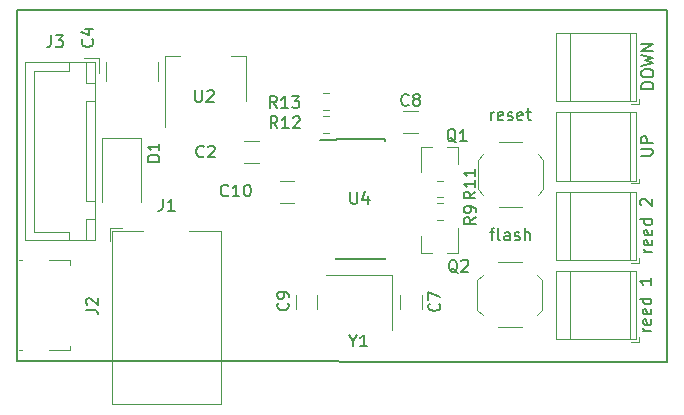
<source format=gbr>
G04 #@! TF.GenerationSoftware,KiCad,Pcbnew,(5.1.0-0)*
G04 #@! TF.CreationDate,2019-04-05T23:49:43+03:00*
G04 #@! TF.ProjectId,curtains-driver,63757274-6169-46e7-932d-647269766572,rev?*
G04 #@! TF.SameCoordinates,Original*
G04 #@! TF.FileFunction,Legend,Top*
G04 #@! TF.FilePolarity,Positive*
%FSLAX46Y46*%
G04 Gerber Fmt 4.6, Leading zero omitted, Abs format (unit mm)*
G04 Created by KiCad (PCBNEW (5.1.0-0)) date 2019-04-05 23:49:43*
%MOMM*%
%LPD*%
G04 APERTURE LIST*
%ADD10C,0.150000*%
%ADD11C,0.120000*%
G04 APERTURE END LIST*
D10*
X134000000Y-63754000D02*
X134000000Y-93500000D01*
X78968600Y-63754000D02*
X78968600Y-93472000D01*
X134000000Y-93500000D02*
X78968600Y-93472000D01*
X78968600Y-63754000D02*
X134000000Y-63754000D01*
D11*
X117925400Y-89083200D02*
X117925400Y-86583200D01*
X119675400Y-90583200D02*
X121675400Y-90583200D01*
X123425400Y-89083200D02*
X123425400Y-86583200D01*
X119675400Y-85083200D02*
X121675400Y-85083200D01*
X118375400Y-89533200D02*
X117925400Y-89083200D01*
X118375400Y-86133200D02*
X117925400Y-86583200D01*
X122975400Y-86133200D02*
X123425400Y-86583200D01*
X122975400Y-89533200D02*
X123425400Y-89083200D01*
X123476200Y-76397800D02*
X123476200Y-78897800D01*
X121726200Y-74897800D02*
X119726200Y-74897800D01*
X117976200Y-76397800D02*
X117976200Y-78897800D01*
X121726200Y-80397800D02*
X119726200Y-80397800D01*
X123026200Y-75947800D02*
X123476200Y-76397800D01*
X123026200Y-79347800D02*
X123476200Y-78897800D01*
X118426200Y-79347800D02*
X117976200Y-78897800D01*
X118426200Y-75947800D02*
X117976200Y-76397800D01*
X110673800Y-86118200D02*
X105073800Y-86118200D01*
X110673800Y-90818200D02*
X110673800Y-86118200D01*
X89483200Y-74578000D02*
X86183200Y-74578000D01*
X86183200Y-74578000D02*
X86183200Y-79978000D01*
X89483200Y-74578000D02*
X89483200Y-79978000D01*
X104882048Y-74116000D02*
X105404552Y-74116000D01*
X104882048Y-72696000D02*
X105404552Y-72696000D01*
X115005752Y-79577000D02*
X114483248Y-79577000D01*
X115005752Y-78157000D02*
X114483248Y-78157000D01*
X104882048Y-70727500D02*
X105404552Y-70727500D01*
X104882048Y-72147500D02*
X105404552Y-72147500D01*
X102569600Y-87866136D02*
X102569600Y-89070264D01*
X104389600Y-87866136D02*
X104389600Y-89070264D01*
X102392564Y-80031000D02*
X101188436Y-80031000D01*
X102392564Y-78211000D02*
X101188436Y-78211000D01*
X83434500Y-92519500D02*
X83434500Y-92139500D01*
X79384500Y-92519500D02*
X79124500Y-92519500D01*
X83434500Y-92519500D02*
X81664500Y-92519500D01*
X83434500Y-84899500D02*
X83434500Y-85279500D01*
X81664500Y-84899500D02*
X83434500Y-84899500D01*
X79124500Y-84899500D02*
X79384500Y-84899500D01*
D10*
X105987000Y-74681000D02*
X105987000Y-74706000D01*
X110137000Y-74681000D02*
X110137000Y-74786000D01*
X110137000Y-84831000D02*
X110137000Y-84726000D01*
X105987000Y-84831000D02*
X105987000Y-84726000D01*
X105987000Y-74681000D02*
X110137000Y-74681000D01*
X105987000Y-84831000D02*
X110137000Y-84831000D01*
X105987000Y-74706000D02*
X104612000Y-74706000D01*
D11*
X113164500Y-84326000D02*
X113164500Y-82866000D01*
X116324500Y-84326000D02*
X116324500Y-82166000D01*
X116324500Y-84326000D02*
X115394500Y-84326000D01*
X113164500Y-84326000D02*
X114094500Y-84326000D01*
X116324500Y-75313000D02*
X115394500Y-75313000D01*
X113164500Y-75313000D02*
X114094500Y-75313000D01*
X113164500Y-75313000D02*
X113164500Y-77473000D01*
X116324500Y-75313000D02*
X116324500Y-76773000D01*
X115005752Y-80062000D02*
X114483248Y-80062000D01*
X115005752Y-81482000D02*
X114483248Y-81482000D01*
X111383400Y-87866136D02*
X111383400Y-89070264D01*
X113203400Y-87866136D02*
X113203400Y-89070264D01*
X111665936Y-72292800D02*
X112870064Y-72292800D01*
X111665936Y-74112800D02*
X112870064Y-74112800D01*
X131600600Y-71684600D02*
X131600600Y-71284600D01*
X130960600Y-71684600D02*
X131600600Y-71684600D01*
X124620600Y-65664600D02*
X131360600Y-65664600D01*
X124620600Y-71444600D02*
X131360600Y-71444600D01*
X131360600Y-71444600D02*
X131360600Y-65664600D01*
X124620600Y-71444600D02*
X124620600Y-65664600D01*
X125740600Y-71444600D02*
X125740600Y-65664600D01*
X130840600Y-71444600D02*
X130840600Y-65664600D01*
X130840600Y-78158666D02*
X130840600Y-72378666D01*
X125740600Y-78158666D02*
X125740600Y-72378666D01*
X124620600Y-78158666D02*
X124620600Y-72378666D01*
X131360600Y-78158666D02*
X131360600Y-72378666D01*
X124620600Y-78158666D02*
X131360600Y-78158666D01*
X124620600Y-72378666D02*
X131360600Y-72378666D01*
X130960600Y-78398666D02*
X131600600Y-78398666D01*
X131600600Y-78398666D02*
X131600600Y-77998666D01*
X131600600Y-91826800D02*
X131600600Y-91426800D01*
X130960600Y-91826800D02*
X131600600Y-91826800D01*
X124620600Y-85806800D02*
X131360600Y-85806800D01*
X124620600Y-91586800D02*
X131360600Y-91586800D01*
X131360600Y-91586800D02*
X131360600Y-85806800D01*
X124620600Y-91586800D02*
X124620600Y-85806800D01*
X125740600Y-91586800D02*
X125740600Y-85806800D01*
X130840600Y-91586800D02*
X130840600Y-85806800D01*
X130840600Y-84872732D02*
X130840600Y-79092732D01*
X125740600Y-84872732D02*
X125740600Y-79092732D01*
X124620600Y-84872732D02*
X124620600Y-79092732D01*
X131360600Y-84872732D02*
X131360600Y-79092732D01*
X124620600Y-84872732D02*
X131360600Y-84872732D01*
X124620600Y-79092732D02*
X131360600Y-79092732D01*
X130960600Y-85112732D02*
X131600600Y-85112732D01*
X131600600Y-85112732D02*
X131600600Y-84712732D01*
X85871500Y-67825500D02*
X84621500Y-67825500D01*
X85871500Y-69075500D02*
X85871500Y-67825500D01*
X80371500Y-82475500D02*
X80371500Y-75675500D01*
X83321500Y-82475500D02*
X80371500Y-82475500D01*
X83321500Y-83225500D02*
X83321500Y-82475500D01*
X80371500Y-68875500D02*
X80371500Y-75675500D01*
X83321500Y-68875500D02*
X80371500Y-68875500D01*
X83321500Y-68125500D02*
X83321500Y-68875500D01*
X85571500Y-83225500D02*
X85571500Y-81425500D01*
X84821500Y-83225500D02*
X85571500Y-83225500D01*
X84821500Y-81425500D02*
X84821500Y-83225500D01*
X85571500Y-81425500D02*
X84821500Y-81425500D01*
X85571500Y-69925500D02*
X85571500Y-68125500D01*
X84821500Y-69925500D02*
X85571500Y-69925500D01*
X84821500Y-68125500D02*
X84821500Y-69925500D01*
X85571500Y-68125500D02*
X84821500Y-68125500D01*
X85571500Y-79925500D02*
X85571500Y-71425500D01*
X84821500Y-79925500D02*
X85571500Y-79925500D01*
X84821500Y-71425500D02*
X84821500Y-79925500D01*
X85571500Y-71425500D02*
X84821500Y-71425500D01*
X85581500Y-83235500D02*
X85581500Y-68115500D01*
X79611500Y-83235500D02*
X85581500Y-83235500D01*
X79611500Y-68115500D02*
X79611500Y-83235500D01*
X85581500Y-68115500D02*
X79611500Y-68115500D01*
X98203936Y-76665500D02*
X99408064Y-76665500D01*
X98203936Y-74845500D02*
X99408064Y-74845500D01*
X86499500Y-69694869D02*
X86499500Y-68100131D01*
X90919500Y-69694869D02*
X90919500Y-68100131D01*
X87880500Y-82212000D02*
X86830500Y-82212000D01*
X86830500Y-83262000D02*
X86830500Y-82212000D01*
X96230440Y-84322920D02*
X96230500Y-97112000D01*
X96230500Y-97112000D02*
X87030500Y-97112000D01*
X93530500Y-82412000D02*
X96230500Y-82412000D01*
X96230500Y-82412000D02*
X96230500Y-84312000D01*
X87030500Y-97112000D02*
X87030500Y-82412000D01*
X87030500Y-82412000D02*
X89630500Y-82412000D01*
X98342500Y-67622500D02*
X97082500Y-67622500D01*
X91522500Y-67622500D02*
X92782500Y-67622500D01*
X98342500Y-71382500D02*
X98342500Y-67622500D01*
X91522500Y-73632500D02*
X91522500Y-67622500D01*
D10*
X118989695Y-82551614D02*
X119370647Y-82551614D01*
X119132552Y-83218280D02*
X119132552Y-82361138D01*
X119180171Y-82265900D01*
X119275409Y-82218280D01*
X119370647Y-82218280D01*
X119846838Y-83218280D02*
X119751600Y-83170661D01*
X119703980Y-83075423D01*
X119703980Y-82218280D01*
X120656361Y-83218280D02*
X120656361Y-82694471D01*
X120608742Y-82599233D01*
X120513504Y-82551614D01*
X120323028Y-82551614D01*
X120227790Y-82599233D01*
X120656361Y-83170661D02*
X120561123Y-83218280D01*
X120323028Y-83218280D01*
X120227790Y-83170661D01*
X120180171Y-83075423D01*
X120180171Y-82980185D01*
X120227790Y-82884947D01*
X120323028Y-82837328D01*
X120561123Y-82837328D01*
X120656361Y-82789709D01*
X121084933Y-83170661D02*
X121180171Y-83218280D01*
X121370647Y-83218280D01*
X121465885Y-83170661D01*
X121513504Y-83075423D01*
X121513504Y-83027804D01*
X121465885Y-82932566D01*
X121370647Y-82884947D01*
X121227790Y-82884947D01*
X121132552Y-82837328D01*
X121084933Y-82742090D01*
X121084933Y-82694471D01*
X121132552Y-82599233D01*
X121227790Y-82551614D01*
X121370647Y-82551614D01*
X121465885Y-82599233D01*
X121942076Y-83218280D02*
X121942076Y-82218280D01*
X122370647Y-83218280D02*
X122370647Y-82694471D01*
X122323028Y-82599233D01*
X122227790Y-82551614D01*
X122084933Y-82551614D01*
X121989695Y-82599233D01*
X121942076Y-82646852D01*
X119081752Y-73045580D02*
X119081752Y-72378914D01*
X119081752Y-72569390D02*
X119129371Y-72474152D01*
X119176990Y-72426533D01*
X119272228Y-72378914D01*
X119367466Y-72378914D01*
X120081752Y-72997961D02*
X119986514Y-73045580D01*
X119796038Y-73045580D01*
X119700800Y-72997961D01*
X119653180Y-72902723D01*
X119653180Y-72521771D01*
X119700800Y-72426533D01*
X119796038Y-72378914D01*
X119986514Y-72378914D01*
X120081752Y-72426533D01*
X120129371Y-72521771D01*
X120129371Y-72617009D01*
X119653180Y-72712247D01*
X120510323Y-72997961D02*
X120605561Y-73045580D01*
X120796038Y-73045580D01*
X120891276Y-72997961D01*
X120938895Y-72902723D01*
X120938895Y-72855104D01*
X120891276Y-72759866D01*
X120796038Y-72712247D01*
X120653180Y-72712247D01*
X120557942Y-72664628D01*
X120510323Y-72569390D01*
X120510323Y-72521771D01*
X120557942Y-72426533D01*
X120653180Y-72378914D01*
X120796038Y-72378914D01*
X120891276Y-72426533D01*
X121748419Y-72997961D02*
X121653180Y-73045580D01*
X121462704Y-73045580D01*
X121367466Y-72997961D01*
X121319847Y-72902723D01*
X121319847Y-72521771D01*
X121367466Y-72426533D01*
X121462704Y-72378914D01*
X121653180Y-72378914D01*
X121748419Y-72426533D01*
X121796038Y-72521771D01*
X121796038Y-72617009D01*
X121319847Y-72712247D01*
X122081752Y-72378914D02*
X122462704Y-72378914D01*
X122224609Y-72045580D02*
X122224609Y-72902723D01*
X122272228Y-72997961D01*
X122367466Y-73045580D01*
X122462704Y-73045580D01*
X107397609Y-91733690D02*
X107397609Y-92209880D01*
X107064276Y-91209880D02*
X107397609Y-91733690D01*
X107730942Y-91209880D01*
X108588085Y-92209880D02*
X108016657Y-92209880D01*
X108302371Y-92209880D02*
X108302371Y-91209880D01*
X108207133Y-91352738D01*
X108111895Y-91447976D01*
X108016657Y-91495595D01*
X91016080Y-76557095D02*
X90016080Y-76557095D01*
X90016080Y-76319000D01*
X90063700Y-76176142D01*
X90158938Y-76080904D01*
X90254176Y-76033285D01*
X90444652Y-75985666D01*
X90587509Y-75985666D01*
X90777985Y-76033285D01*
X90873223Y-76080904D01*
X90968461Y-76176142D01*
X91016080Y-76319000D01*
X91016080Y-76557095D01*
X91016080Y-75033285D02*
X91016080Y-75604714D01*
X91016080Y-75319000D02*
X90016080Y-75319000D01*
X90158938Y-75414238D01*
X90254176Y-75509476D01*
X90301795Y-75604714D01*
X101007942Y-73731380D02*
X100674609Y-73255190D01*
X100436514Y-73731380D02*
X100436514Y-72731380D01*
X100817466Y-72731380D01*
X100912704Y-72779000D01*
X100960323Y-72826619D01*
X101007942Y-72921857D01*
X101007942Y-73064714D01*
X100960323Y-73159952D01*
X100912704Y-73207571D01*
X100817466Y-73255190D01*
X100436514Y-73255190D01*
X101960323Y-73731380D02*
X101388895Y-73731380D01*
X101674609Y-73731380D02*
X101674609Y-72731380D01*
X101579371Y-72874238D01*
X101484133Y-72969476D01*
X101388895Y-73017095D01*
X102341276Y-72826619D02*
X102388895Y-72779000D01*
X102484133Y-72731380D01*
X102722228Y-72731380D01*
X102817466Y-72779000D01*
X102865085Y-72826619D01*
X102912704Y-72921857D01*
X102912704Y-73017095D01*
X102865085Y-73159952D01*
X102293657Y-73731380D01*
X102912704Y-73731380D01*
X117762280Y-79103457D02*
X117286090Y-79436790D01*
X117762280Y-79674885D02*
X116762280Y-79674885D01*
X116762280Y-79293933D01*
X116809900Y-79198695D01*
X116857519Y-79151076D01*
X116952757Y-79103457D01*
X117095614Y-79103457D01*
X117190852Y-79151076D01*
X117238471Y-79198695D01*
X117286090Y-79293933D01*
X117286090Y-79674885D01*
X117762280Y-78151076D02*
X117762280Y-78722504D01*
X117762280Y-78436790D02*
X116762280Y-78436790D01*
X116905138Y-78532028D01*
X117000376Y-78627266D01*
X117047995Y-78722504D01*
X117762280Y-77198695D02*
X117762280Y-77770123D01*
X117762280Y-77484409D02*
X116762280Y-77484409D01*
X116905138Y-77579647D01*
X117000376Y-77674885D01*
X117047995Y-77770123D01*
X100944442Y-72016880D02*
X100611109Y-71540690D01*
X100373014Y-72016880D02*
X100373014Y-71016880D01*
X100753966Y-71016880D01*
X100849204Y-71064500D01*
X100896823Y-71112119D01*
X100944442Y-71207357D01*
X100944442Y-71350214D01*
X100896823Y-71445452D01*
X100849204Y-71493071D01*
X100753966Y-71540690D01*
X100373014Y-71540690D01*
X101896823Y-72016880D02*
X101325395Y-72016880D01*
X101611109Y-72016880D02*
X101611109Y-71016880D01*
X101515871Y-71159738D01*
X101420633Y-71254976D01*
X101325395Y-71302595D01*
X102230157Y-71016880D02*
X102849204Y-71016880D01*
X102515871Y-71397833D01*
X102658728Y-71397833D01*
X102753966Y-71445452D01*
X102801585Y-71493071D01*
X102849204Y-71588309D01*
X102849204Y-71826404D01*
X102801585Y-71921642D01*
X102753966Y-71969261D01*
X102658728Y-72016880D01*
X102373014Y-72016880D01*
X102277776Y-71969261D01*
X102230157Y-71921642D01*
X101868242Y-88533266D02*
X101915861Y-88580885D01*
X101963480Y-88723742D01*
X101963480Y-88818980D01*
X101915861Y-88961838D01*
X101820623Y-89057076D01*
X101725385Y-89104695D01*
X101534909Y-89152314D01*
X101392052Y-89152314D01*
X101201576Y-89104695D01*
X101106338Y-89057076D01*
X101011100Y-88961838D01*
X100963480Y-88818980D01*
X100963480Y-88723742D01*
X101011100Y-88580885D01*
X101058719Y-88533266D01*
X101963480Y-88057076D02*
X101963480Y-87866600D01*
X101915861Y-87771361D01*
X101868242Y-87723742D01*
X101725385Y-87628504D01*
X101534909Y-87580885D01*
X101153957Y-87580885D01*
X101058719Y-87628504D01*
X101011100Y-87676123D01*
X100963480Y-87771361D01*
X100963480Y-87961838D01*
X101011100Y-88057076D01*
X101058719Y-88104695D01*
X101153957Y-88152314D01*
X101392052Y-88152314D01*
X101487290Y-88104695D01*
X101534909Y-88057076D01*
X101582528Y-87961838D01*
X101582528Y-87771361D01*
X101534909Y-87676123D01*
X101487290Y-87628504D01*
X101392052Y-87580885D01*
X96829642Y-79414642D02*
X96782023Y-79462261D01*
X96639166Y-79509880D01*
X96543928Y-79509880D01*
X96401071Y-79462261D01*
X96305833Y-79367023D01*
X96258214Y-79271785D01*
X96210595Y-79081309D01*
X96210595Y-78938452D01*
X96258214Y-78747976D01*
X96305833Y-78652738D01*
X96401071Y-78557500D01*
X96543928Y-78509880D01*
X96639166Y-78509880D01*
X96782023Y-78557500D01*
X96829642Y-78605119D01*
X97782023Y-79509880D02*
X97210595Y-79509880D01*
X97496309Y-79509880D02*
X97496309Y-78509880D01*
X97401071Y-78652738D01*
X97305833Y-78747976D01*
X97210595Y-78795595D01*
X98401071Y-78509880D02*
X98496309Y-78509880D01*
X98591547Y-78557500D01*
X98639166Y-78605119D01*
X98686785Y-78700357D01*
X98734404Y-78890833D01*
X98734404Y-79128928D01*
X98686785Y-79319404D01*
X98639166Y-79414642D01*
X98591547Y-79462261D01*
X98496309Y-79509880D01*
X98401071Y-79509880D01*
X98305833Y-79462261D01*
X98258214Y-79414642D01*
X98210595Y-79319404D01*
X98162976Y-79128928D01*
X98162976Y-78890833D01*
X98210595Y-78700357D01*
X98258214Y-78605119D01*
X98305833Y-78557500D01*
X98401071Y-78509880D01*
X84796380Y-89106333D02*
X85510666Y-89106333D01*
X85653523Y-89153952D01*
X85748761Y-89249190D01*
X85796380Y-89392047D01*
X85796380Y-89487285D01*
X84891619Y-88677761D02*
X84844000Y-88630142D01*
X84796380Y-88534904D01*
X84796380Y-88296809D01*
X84844000Y-88201571D01*
X84891619Y-88153952D01*
X84986857Y-88106333D01*
X85082095Y-88106333D01*
X85224952Y-88153952D01*
X85796380Y-88725380D01*
X85796380Y-88106333D01*
X107188095Y-79119480D02*
X107188095Y-79929004D01*
X107235714Y-80024242D01*
X107283333Y-80071861D01*
X107378571Y-80119480D01*
X107569047Y-80119480D01*
X107664285Y-80071861D01*
X107711904Y-80024242D01*
X107759523Y-79929004D01*
X107759523Y-79119480D01*
X108664285Y-79452814D02*
X108664285Y-80119480D01*
X108426190Y-79071861D02*
X108188095Y-79786147D01*
X108807142Y-79786147D01*
X116249461Y-85967819D02*
X116154223Y-85920200D01*
X116058985Y-85824961D01*
X115916128Y-85682104D01*
X115820890Y-85634485D01*
X115725652Y-85634485D01*
X115773271Y-85872580D02*
X115678033Y-85824961D01*
X115582795Y-85729723D01*
X115535176Y-85539247D01*
X115535176Y-85205914D01*
X115582795Y-85015438D01*
X115678033Y-84920200D01*
X115773271Y-84872580D01*
X115963747Y-84872580D01*
X116058985Y-84920200D01*
X116154223Y-85015438D01*
X116201842Y-85205914D01*
X116201842Y-85539247D01*
X116154223Y-85729723D01*
X116058985Y-85824961D01*
X115963747Y-85872580D01*
X115773271Y-85872580D01*
X116582795Y-84967819D02*
X116630414Y-84920200D01*
X116725652Y-84872580D01*
X116963747Y-84872580D01*
X117058985Y-84920200D01*
X117106604Y-84967819D01*
X117154223Y-85063057D01*
X117154223Y-85158295D01*
X117106604Y-85301152D01*
X116535176Y-85872580D01*
X117154223Y-85872580D01*
X116122461Y-74918819D02*
X116027223Y-74871200D01*
X115931985Y-74775961D01*
X115789128Y-74633104D01*
X115693890Y-74585485D01*
X115598652Y-74585485D01*
X115646271Y-74823580D02*
X115551033Y-74775961D01*
X115455795Y-74680723D01*
X115408176Y-74490247D01*
X115408176Y-74156914D01*
X115455795Y-73966438D01*
X115551033Y-73871200D01*
X115646271Y-73823580D01*
X115836747Y-73823580D01*
X115931985Y-73871200D01*
X116027223Y-73966438D01*
X116074842Y-74156914D01*
X116074842Y-74490247D01*
X116027223Y-74680723D01*
X115931985Y-74775961D01*
X115836747Y-74823580D01*
X115646271Y-74823580D01*
X117027223Y-74823580D02*
X116455795Y-74823580D01*
X116741509Y-74823580D02*
X116741509Y-73823580D01*
X116646271Y-73966438D01*
X116551033Y-74061676D01*
X116455795Y-74109295D01*
X117774980Y-81268866D02*
X117298790Y-81602200D01*
X117774980Y-81840295D02*
X116774980Y-81840295D01*
X116774980Y-81459342D01*
X116822600Y-81364104D01*
X116870219Y-81316485D01*
X116965457Y-81268866D01*
X117108314Y-81268866D01*
X117203552Y-81316485D01*
X117251171Y-81364104D01*
X117298790Y-81459342D01*
X117298790Y-81840295D01*
X117774980Y-80792676D02*
X117774980Y-80602200D01*
X117727361Y-80506961D01*
X117679742Y-80459342D01*
X117536885Y-80364104D01*
X117346409Y-80316485D01*
X116965457Y-80316485D01*
X116870219Y-80364104D01*
X116822600Y-80411723D01*
X116774980Y-80506961D01*
X116774980Y-80697438D01*
X116822600Y-80792676D01*
X116870219Y-80840295D01*
X116965457Y-80887914D01*
X117203552Y-80887914D01*
X117298790Y-80840295D01*
X117346409Y-80792676D01*
X117394028Y-80697438D01*
X117394028Y-80506961D01*
X117346409Y-80411723D01*
X117298790Y-80364104D01*
X117203552Y-80316485D01*
X114695242Y-88571366D02*
X114742861Y-88618985D01*
X114790480Y-88761842D01*
X114790480Y-88857080D01*
X114742861Y-88999938D01*
X114647623Y-89095176D01*
X114552385Y-89142795D01*
X114361909Y-89190414D01*
X114219052Y-89190414D01*
X114028576Y-89142795D01*
X113933338Y-89095176D01*
X113838100Y-88999938D01*
X113790480Y-88857080D01*
X113790480Y-88761842D01*
X113838100Y-88618985D01*
X113885719Y-88571366D01*
X113790480Y-88238033D02*
X113790480Y-87571366D01*
X114790480Y-87999938D01*
X112101333Y-71739942D02*
X112053714Y-71787561D01*
X111910857Y-71835180D01*
X111815619Y-71835180D01*
X111672761Y-71787561D01*
X111577523Y-71692323D01*
X111529904Y-71597085D01*
X111482285Y-71406609D01*
X111482285Y-71263752D01*
X111529904Y-71073276D01*
X111577523Y-70978038D01*
X111672761Y-70882800D01*
X111815619Y-70835180D01*
X111910857Y-70835180D01*
X112053714Y-70882800D01*
X112101333Y-70930419D01*
X112672761Y-71263752D02*
X112577523Y-71216133D01*
X112529904Y-71168514D01*
X112482285Y-71073276D01*
X112482285Y-71025657D01*
X112529904Y-70930419D01*
X112577523Y-70882800D01*
X112672761Y-70835180D01*
X112863238Y-70835180D01*
X112958476Y-70882800D01*
X113006095Y-70930419D01*
X113053714Y-71025657D01*
X113053714Y-71073276D01*
X113006095Y-71168514D01*
X112958476Y-71216133D01*
X112863238Y-71263752D01*
X112672761Y-71263752D01*
X112577523Y-71311371D01*
X112529904Y-71358990D01*
X112482285Y-71454228D01*
X112482285Y-71644704D01*
X112529904Y-71739942D01*
X112577523Y-71787561D01*
X112672761Y-71835180D01*
X112863238Y-71835180D01*
X112958476Y-71787561D01*
X113006095Y-71739942D01*
X113053714Y-71644704D01*
X113053714Y-71454228D01*
X113006095Y-71358990D01*
X112958476Y-71311371D01*
X112863238Y-71263752D01*
X132824480Y-70372052D02*
X131824480Y-70372052D01*
X131824480Y-70133957D01*
X131872100Y-69991100D01*
X131967338Y-69895861D01*
X132062576Y-69848242D01*
X132253052Y-69800623D01*
X132395909Y-69800623D01*
X132586385Y-69848242D01*
X132681623Y-69895861D01*
X132776861Y-69991100D01*
X132824480Y-70133957D01*
X132824480Y-70372052D01*
X131824480Y-69181576D02*
X131824480Y-68991100D01*
X131872100Y-68895861D01*
X131967338Y-68800623D01*
X132157814Y-68753004D01*
X132491147Y-68753004D01*
X132681623Y-68800623D01*
X132776861Y-68895861D01*
X132824480Y-68991100D01*
X132824480Y-69181576D01*
X132776861Y-69276814D01*
X132681623Y-69372052D01*
X132491147Y-69419671D01*
X132157814Y-69419671D01*
X131967338Y-69372052D01*
X131872100Y-69276814D01*
X131824480Y-69181576D01*
X131824480Y-68419671D02*
X132824480Y-68181576D01*
X132110195Y-67991100D01*
X132824480Y-67800623D01*
X131824480Y-67562528D01*
X132824480Y-67181576D02*
X131824480Y-67181576D01*
X132824480Y-66610147D01*
X131824480Y-66610147D01*
X131760980Y-76043213D02*
X132570504Y-76043213D01*
X132665742Y-75995594D01*
X132713361Y-75947975D01*
X132760980Y-75852737D01*
X132760980Y-75662260D01*
X132713361Y-75567022D01*
X132665742Y-75519403D01*
X132570504Y-75471784D01*
X131760980Y-75471784D01*
X132760980Y-74995594D02*
X131760980Y-74995594D01*
X131760980Y-74614641D01*
X131808600Y-74519403D01*
X131856219Y-74471784D01*
X131951457Y-74424165D01*
X132094314Y-74424165D01*
X132189552Y-74471784D01*
X132237171Y-74519403D01*
X132284790Y-74614641D01*
X132284790Y-74995594D01*
X132660888Y-90923728D02*
X131994222Y-90923728D01*
X132184698Y-90923728D02*
X132089460Y-90876109D01*
X132041841Y-90828490D01*
X131994222Y-90733252D01*
X131994222Y-90638013D01*
X132613269Y-89923728D02*
X132660888Y-90018966D01*
X132660888Y-90209442D01*
X132613269Y-90304680D01*
X132518031Y-90352299D01*
X132137079Y-90352299D01*
X132041841Y-90304680D01*
X131994222Y-90209442D01*
X131994222Y-90018966D01*
X132041841Y-89923728D01*
X132137079Y-89876109D01*
X132232317Y-89876109D01*
X132327555Y-90352299D01*
X132613269Y-89066585D02*
X132660888Y-89161823D01*
X132660888Y-89352299D01*
X132613269Y-89447537D01*
X132518031Y-89495156D01*
X132137079Y-89495156D01*
X132041841Y-89447537D01*
X131994222Y-89352299D01*
X131994222Y-89161823D01*
X132041841Y-89066585D01*
X132137079Y-89018966D01*
X132232317Y-89018966D01*
X132327555Y-89495156D01*
X132660888Y-88161823D02*
X131660888Y-88161823D01*
X132613269Y-88161823D02*
X132660888Y-88257061D01*
X132660888Y-88447537D01*
X132613269Y-88542775D01*
X132565650Y-88590394D01*
X132470412Y-88638013D01*
X132184698Y-88638013D01*
X132089460Y-88590394D01*
X132041841Y-88542775D01*
X131994222Y-88447537D01*
X131994222Y-88257061D01*
X132041841Y-88161823D01*
X132660888Y-86399918D02*
X132660888Y-86971347D01*
X132660888Y-86685633D02*
X131660888Y-86685633D01*
X131803746Y-86780871D01*
X131898984Y-86876109D01*
X131946603Y-86971347D01*
X132724388Y-84209660D02*
X132057722Y-84209660D01*
X132248198Y-84209660D02*
X132152960Y-84162041D01*
X132105341Y-84114422D01*
X132057722Y-84019184D01*
X132057722Y-83923945D01*
X132676769Y-83209660D02*
X132724388Y-83304898D01*
X132724388Y-83495374D01*
X132676769Y-83590612D01*
X132581531Y-83638231D01*
X132200579Y-83638231D01*
X132105341Y-83590612D01*
X132057722Y-83495374D01*
X132057722Y-83304898D01*
X132105341Y-83209660D01*
X132200579Y-83162041D01*
X132295817Y-83162041D01*
X132391055Y-83638231D01*
X132676769Y-82352517D02*
X132724388Y-82447755D01*
X132724388Y-82638231D01*
X132676769Y-82733469D01*
X132581531Y-82781088D01*
X132200579Y-82781088D01*
X132105341Y-82733469D01*
X132057722Y-82638231D01*
X132057722Y-82447755D01*
X132105341Y-82352517D01*
X132200579Y-82304898D01*
X132295817Y-82304898D01*
X132391055Y-82781088D01*
X132724388Y-81447755D02*
X131724388Y-81447755D01*
X132676769Y-81447755D02*
X132724388Y-81542993D01*
X132724388Y-81733469D01*
X132676769Y-81828707D01*
X132629150Y-81876326D01*
X132533912Y-81923945D01*
X132248198Y-81923945D01*
X132152960Y-81876326D01*
X132105341Y-81828707D01*
X132057722Y-81733469D01*
X132057722Y-81542993D01*
X132105341Y-81447755D01*
X131819627Y-80257279D02*
X131772008Y-80209660D01*
X131724388Y-80114422D01*
X131724388Y-79876326D01*
X131772008Y-79781088D01*
X131819627Y-79733469D01*
X131914865Y-79685850D01*
X132010103Y-79685850D01*
X132152960Y-79733469D01*
X132724388Y-80304898D01*
X132724388Y-79685850D01*
X81835666Y-65873380D02*
X81835666Y-66587666D01*
X81788047Y-66730523D01*
X81692809Y-66825761D01*
X81549952Y-66873380D01*
X81454714Y-66873380D01*
X82216619Y-65873380D02*
X82835666Y-65873380D01*
X82502333Y-66254333D01*
X82645190Y-66254333D01*
X82740428Y-66301952D01*
X82788047Y-66349571D01*
X82835666Y-66444809D01*
X82835666Y-66682904D01*
X82788047Y-66778142D01*
X82740428Y-66825761D01*
X82645190Y-66873380D01*
X82359476Y-66873380D01*
X82264238Y-66825761D01*
X82216619Y-66778142D01*
X94765833Y-76112642D02*
X94718214Y-76160261D01*
X94575357Y-76207880D01*
X94480119Y-76207880D01*
X94337261Y-76160261D01*
X94242023Y-76065023D01*
X94194404Y-75969785D01*
X94146785Y-75779309D01*
X94146785Y-75636452D01*
X94194404Y-75445976D01*
X94242023Y-75350738D01*
X94337261Y-75255500D01*
X94480119Y-75207880D01*
X94575357Y-75207880D01*
X94718214Y-75255500D01*
X94765833Y-75303119D01*
X95146785Y-75303119D02*
X95194404Y-75255500D01*
X95289642Y-75207880D01*
X95527738Y-75207880D01*
X95622976Y-75255500D01*
X95670595Y-75303119D01*
X95718214Y-75398357D01*
X95718214Y-75493595D01*
X95670595Y-75636452D01*
X95099166Y-76207880D01*
X95718214Y-76207880D01*
X85320142Y-66206666D02*
X85367761Y-66254285D01*
X85415380Y-66397142D01*
X85415380Y-66492380D01*
X85367761Y-66635238D01*
X85272523Y-66730476D01*
X85177285Y-66778095D01*
X84986809Y-66825714D01*
X84843952Y-66825714D01*
X84653476Y-66778095D01*
X84558238Y-66730476D01*
X84463000Y-66635238D01*
X84415380Y-66492380D01*
X84415380Y-66397142D01*
X84463000Y-66254285D01*
X84510619Y-66206666D01*
X84748714Y-65349523D02*
X85415380Y-65349523D01*
X84367761Y-65587619D02*
X85082047Y-65825714D01*
X85082047Y-65206666D01*
X91297166Y-79716380D02*
X91297166Y-80430666D01*
X91249547Y-80573523D01*
X91154309Y-80668761D01*
X91011452Y-80716380D01*
X90916214Y-80716380D01*
X92297166Y-80716380D02*
X91725738Y-80716380D01*
X92011452Y-80716380D02*
X92011452Y-79716380D01*
X91916214Y-79859238D01*
X91820976Y-79954476D01*
X91725738Y-80002095D01*
X94043595Y-70508880D02*
X94043595Y-71318404D01*
X94091214Y-71413642D01*
X94138833Y-71461261D01*
X94234071Y-71508880D01*
X94424547Y-71508880D01*
X94519785Y-71461261D01*
X94567404Y-71413642D01*
X94615023Y-71318404D01*
X94615023Y-70508880D01*
X95043595Y-70604119D02*
X95091214Y-70556500D01*
X95186452Y-70508880D01*
X95424547Y-70508880D01*
X95519785Y-70556500D01*
X95567404Y-70604119D01*
X95615023Y-70699357D01*
X95615023Y-70794595D01*
X95567404Y-70937452D01*
X94995976Y-71508880D01*
X95615023Y-71508880D01*
M02*

</source>
